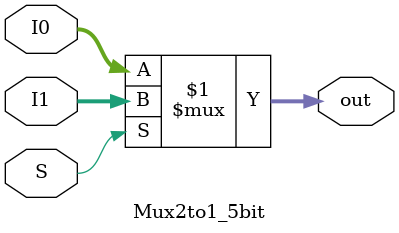
<source format=v>
module Mux2to1_5bit ( I0,
				 I1,
				 S,
				 out);

	parameter bit_size = 5;

	input  [bit_size-1:0] I0;
	input  [bit_size-1:0] I1;
	input  S;

	output [bit_size-1:0] out;
	
	assign out = S ? I1 : I0;

endmodule


</source>
